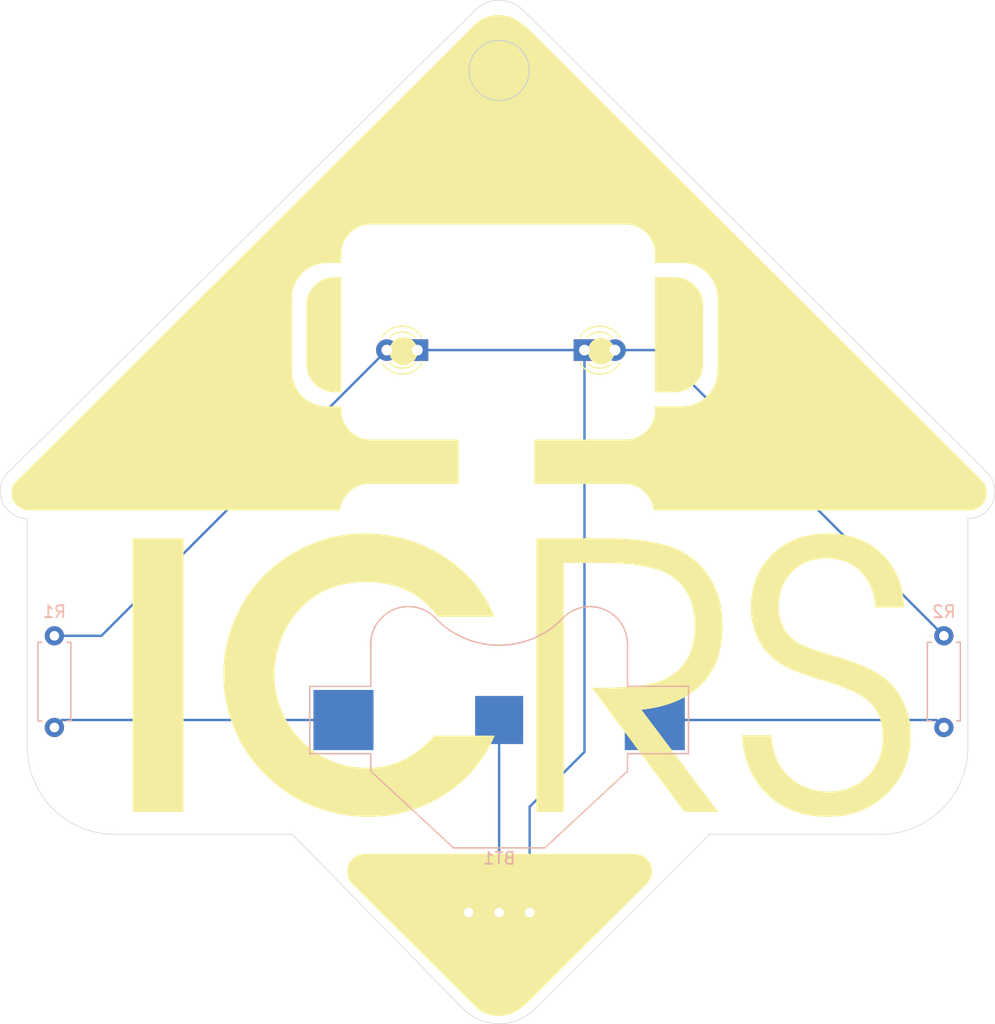
<source format=kicad_pcb>
(kicad_pcb (version 20241229) (generator "pcbnew") (generator_version "9.0")
  (layers (0 "F.Cu" signal) (2 "B.Cu" signal) (13 "F.Paste" user) (15 "B.Paste" user) (5 "F.SilkS" user "F.Silkscreen") (7 "B.SilkS" user "B.Silkscreen") (1 "F.Mask" user) (3 "B.Mask" user) (25 "Edge.Cuts" user))
  (net 0 "")
  (net 1 "/GND")
  (net 2 "/+3.3")
  (net 3 "Net-(D1-K)")
  (net 4 "Net-(D1-A)")
  (net 5 "Net-(D2-A)")
  (footprint "LED_THT:LED_D3.0mm" (layer "F.Cu") (at -6.8 -13.75 180)
    (property "Reference" "D1" (hide yes))
    (property "Value" "LED" (hide yes))
  )
  (footprint "Button_Switch_THT:SW_Slide-03_Wuerth-WS-SLTV_10x2.5x6.4_P2.54mm" (layer "F.Cu") (at 0 33 180)
    (property "Reference" "SW1")
    (property "Value" "SW_SPDT")
  )
  (footprint "LED_THT:LED_D3.0mm" (layer "F.Cu") (at 7.1 -13.75)
    (property "Reference" "D2" (hide yes))
    (property "Value" "LED" (hide yes))
  )
  (footprint "Battery:BatteryHolder_Multicomp_BC-2001_1x2032" (layer "B.Cu") (at 0 17 180)
    (property "Reference" "BT1")
    (property "Value" "Battery_Cell")
  )
  (footprint "Resistor_THT:R_Axial_DIN0207_L6.3mm_D2.5mm_P7.62mm_Horizontal" (layer "B.Cu") (at 37 10 -90)
    (property "Reference" "R2")
    (property "Value" "R")
  )
  (footprint "Resistor_THT:R_Axial_DIN0207_L6.3mm_D2.5mm_P7.62mm_Horizontal" (layer "B.Cu") (at -37 10 -90)
    (property "Reference" "R1")
    (property "Value" "R")
  )
  (gr_poly (pts (xy -13.123604 -10.2438) (xy -13.677245 -10.2438) (xy -13.799104 -10.246867) (xy -13.919362 -10.255969) (xy -14.037871 -10.270959) (xy -14.154482 -10.291687) (xy -14.269046 -10.318007) (xy -14.381415 -10.34977) (xy -14.491439 -10.386827) (xy -14.598971 -10.429031) (xy -14.703861 -10.476234) (xy -14.80596 -10.528288) (xy -14.90512 -10.585044) (xy -15.001192 -10.646355) (xy -15.094028 -10.712072) (xy -15.183478 -10.782048) (xy -15.269394 -10.856134) (xy -15.351627 -10.934182) (xy -15.430029 -11.016044) (xy -15.504451 -11.101572) (xy -15.574743 -11.190618) (xy -15.640758 -11.283034) (xy -15.702346 -11.378672) (xy -15.759359 -11.477383) (xy -15.811648 -11.57902) (xy -15.859065 -11.683435) (xy -15.90146 -11.790479) (xy -15.938685 -11.900005) (xy -15.970591 -12.011864) (xy -15.997029 -12.125908) (xy -16.017851 -12.241989) (xy -16.032909 -12.35996) (xy -16.042052 -12.479671) (xy -16.045133 -12.600975) (xy -16.045133 -17.462824) (xy -16.042052 -17.584104) (xy -16.03291 -17.703793) (xy -16.017855 -17.821742) (xy -15.997035 -17.937804) (xy -15.970599 -18.051829) (xy -15.938696 -18.163671) (xy -15.901475 -18.273181) (xy -15.859083 -18.38021) (xy -15.811671 -18.484612) (xy -15.759386 -18.586236) (xy -15.702377 -18.684937) (xy -15.640792 -18.780564) (xy -15.574782 -18.872971) (xy -15.504493 -18.962008) (xy -15.430075 -19.047529) (xy -15.351677 -19.129384) (xy -15.269446 -19.207426) (xy -15.183532 -19.281507) (xy -15.094084 -19.351478) (xy -15.00125 -19.417191) (xy -14.905178 -19.478499) (xy -14.806018 -19.535252) (xy -14.703918 -19.587304) (xy -14.599026 -19.634505) (xy -14.491492 -19.676708) (xy -14.381464 -19.713764) (xy -14.26909 -19.745526) (xy -14.15452 -19.771845) (xy -14.037902 -19.792573) (xy -13.919384 -19.807563) (xy -13.799116 -19.816665) (xy -13.677245 -19.819732) (xy -13.123604 -19.819732)) (fill yes) (layer "F.SilkS"))
  (gr_poly (pts (xy 27.63191 1.491418) (xy 27.970923 1.511334) (xy 28.301789 1.544525) (xy 28.624509 1.590994) (xy 28.939084 1.650739) (xy 29.245514 1.723761) (xy 29.5438 1.81006) (xy 29.833944 1.909635) (xy 30.115945 2.022487) (xy 30.389805 2.148616) (xy 30.655525 2.288021) (xy 30.913104 2.440703) (xy 31.162544 2.606662) (xy 31.403846 2.785898) (xy 31.637011 2.97841) (xy 31.862038 3.184199) (xy 32.076327 3.400794) (xy 32.277271 3.625723) (xy 32.464872 3.858988) (xy 32.639131 4.100589) (xy 32.800049 4.350527) (xy 32.947628 4.608802) (xy 33.081866 4.875415) (xy 33.202767 5.150367) (xy 33.310331 5.433657) (xy 33.404559 5.725288) (xy 33.485451 6.025258) (xy 33.553009 6.33357) (xy 33.607234 6.650223) (xy 33.648126 6.975218) (xy 33.675687 7.308556) (xy 33.689917 7.650237) (xy 31.303109 7.650237) (xy 31.28409 7.421912) (xy 31.257344 7.199347) (xy 31.222872 6.982541) (xy 31.180676 6.771493) (xy 31.130754 6.566202) (xy 31.073107 6.366667) (xy 31.007737 6.172888) (xy 30.934642 5.984862) (xy 30.853824 5.80259) (xy 30.765283 5.62607) (xy 30.669019 5.455301) (xy 30.565033 5.290283) (xy 30.453325 5.131013) (xy 30.333895 4.977492) (xy 30.206744 4.829718) (xy 30.071873 4.68769) (xy 29.930612 4.552978) (xy 29.784449 4.426952) (xy 29.633383 4.309611) (xy 29.477418 4.200958) (xy 29.316553 4.100993) (xy 29.150791 4.009716) (xy 28.980134 3.927129) (xy 28.804582 3.853231) (xy 28.624137 3.788025) (xy 28.438802 3.73151) (xy 28.248577 3.683688) (xy 28.053464 3.644559) (xy 27.853465 3.614124) (xy 27.64858 3.592384) (xy 27.438812 3.579339) (xy 27.224163 3.574991) (xy 27.01122 3.57937) (xy 26.803003 3.592508) (xy 26.59951 3.614402) (xy 26.400741 3.645052) (xy 26.206696 3.684457) (xy 26.017375 3.732614) (xy 25.832776 3.789524) (xy 25.6529 3.855185) (xy 25.477747 3.929596) (xy 25.307315 4.012755) (xy 25.141605 4.104662) (xy 24.980615 4.205315) (xy 24.824346 4.314714) (xy 24.672797 4.432856) (xy 24.525968 4.559741) (xy 24.383858 4.695368) (xy 24.248501 4.837793) (xy 24.121878 4.984974) (xy 24.003988 5.136911) (xy 23.894833 5.293602) (xy 23.79441 5.455049) (xy 23.702721 5.62125) (xy 23.619765 5.792205) (xy 23.545542 5.967913) (xy 23.480052 6.148375) (xy 23.423295 6.333589) (xy 23.375269 6.523556) (xy 23.335976 6.718274) (xy 23.305416 6.917744) (xy 23.283587 7.121966) (xy 23.270489 7.330938) (xy 23.266124 7.54466) (xy 23.26724 7.642166) (xy 23.270591 7.739071) (xy 23.276177 7.835378) (xy 23.284 7.931088) (xy 23.294062 8.026202) (xy 23.306364 8.120723) (xy 23.320908 8.214651) (xy 23.337695 8.307988) (xy 23.356727 8.400737) (xy 23.378005 8.492897) (xy 23.401532 8.584472) (xy 23.427308 8.675462) (xy 23.455334 8.765869) (xy 23.485614 8.855695) (xy 23.518147 8.944941) (xy 23.552936 9.033608) (xy 23.589608 9.120961) (xy 23.627938 9.206311) (xy 23.667926 9.28966) (xy 23.709572 9.371008) (xy 23.752876 9.450357) (xy 23.797836 9.527706) (xy 23.844452 9.603057) (xy 23.892725 9.676411) (xy 23.942654 9.747768) (xy 23.994238 9.817129) (xy 24.047477 9.884495) (xy 24.10237 9.949867) (xy 24.158918 10.013245) (xy 24.217119 10.07463) (xy 24.276975 10.134024) (xy 24.338483 10.191426) (xy 24.458749 10.287517) (xy 24.585391 10.380326) (xy 24.718411 10.469846) (xy 24.857811 10.556069) (xy 25.003591 10.638986) (xy 25.155754 10.718591) (xy 25.314302 10.794874) (xy 25.479235 10.867829) (xy 25.661264 10.942088) (xy 25.871398 11.021989) (xy 26.109634 11.107529) (xy 26.375975 11.198708) (xy 26.992967 11.397975) (xy 27.722372 11.619777) (xy 28.140027 11.745774) (xy 28.531968 11.867982) (xy 28.898194 11.986407) (xy 29.238699 12.101056) (xy 29.553482 12.211934) (xy 29.842539 12.319047) (xy 30.105868 12.422403) (xy 30.343465 12.522006) (xy 30.565586 12.621965) (xy 30.782782 12.726094) (xy 30.995055 12.83441) (xy 31.202403 12.946926) (xy 31.404828 13.06366) (xy 31.60233 13.184625) (xy 31.794908 13.309839) (xy 31.982564 13.439317) (xy 32.114729 13.54266) (xy 32.243186 13.649642) (xy 32.367936 13.760263) (xy 32.488979 13.874524) (xy 32.606315 13.992426) (xy 32.719944 14.11397) (xy 32.829868 14.239156) (xy 32.936086 14.367987) (xy 33.038599 14.500462) (xy 33.137407 14.636583) (xy 33.232511 14.77635) (xy 33.32391 14.919766) (xy 33.411606 15.06683) (xy 33.495599 15.217543) (xy 33.575889 15.371908) (xy 33.652476 15.529923) (xy 33.724756 15.690537) (xy 33.792369 15.852793) (xy 33.855317 16.016692) (xy 33.9136 16.182234) (xy 33.967217 16.349419) (xy 34.016171 16.518246) (xy 34.06046 16.688715) (xy 34.100085 16.860826) (xy 34.135047 17.034578) (xy 34.165346 17.209973) (xy 34.190983 17.387008) (xy 34.211957 17.565685) (xy 34.22827 17.746003) (xy 34.239922 17.927961) (xy 34.246912 18.11156) (xy 34.249243 18.296799) (xy 34.241567 18.655818) (xy 34.218543 19.007189) (xy 34.180169 19.350913) (xy 34.126449 19.686993) (xy 34.057384 20.015429) (xy 33.972974 20.336222) (xy 33.873221 20.649374) (xy 33.758127 20.954887) (xy 33.627693 21.252761) (xy 33.48192 21.542999) (xy 33.320809 21.825601) (xy 33.144362 22.100568) (xy 32.952581 22.367903) (xy 32.745466 22.627606) (xy 32.523019 22.879679) (xy 32.285241 23.124122) (xy 32.035797 23.35723) (xy 31.77845 23.575295) (xy 31.513198 23.778317) (xy 31.24004 23.966297) (xy 30.958977 24.139234) (xy 30.670008 24.297131) (xy 30.373132 24.439988) (xy 30.068348 24.567804) (xy 29.755656 24.680581) (xy 29.435056 24.778319) (xy 29.106546 24.861019) (xy 28.770126 24.928682) (xy 28.425796 24.981307) (xy 28.073555 25.018896) (xy 27.713402 25.041449) (xy 27.345337 25.048966) (xy 26.964567 25.041711) (xy 26.592641 25.019945) (xy 26.22956 24.983668) (xy 25.875325 24.932881) (xy 25.529936 24.867583) (xy 25.193395 24.787774) (xy 24.865702 24.693455) (xy 24.546859 24.584625) (xy 24.236867 24.461284) (xy 23.935726 24.323432) (xy 23.643437 24.171069) (xy 23.360002 24.004196) (xy 23.085421 23.822812) (xy 22.819696 23.626917) (xy 22.562826 23.416511) (xy 22.314814 23.191595) (xy 22.078195 22.954764) (xy 21.855501 22.708468) (xy 21.646732 22.452707) (xy 21.451887 22.187481) (xy 21.270967 21.912792) (xy 21.103971 21.62864) (xy 20.9509 21.335025) (xy 20.811754 21.031948) (xy 20.686532 20.719409) (xy 20.575235 20.39741) (xy 20.477863 20.06595) (xy 20.394415 19.725031) (xy 20.324892 19.374652) (xy 20.269293 19.014815) (xy 20.227619 18.645521) (xy 20.19987 18.266768) (xy 22.647265 18.266768) (xy 22.676112 18.531485) (xy 22.709958 18.784203) (xy 22.748793 19.024928) (xy 22.792606 19.253666) (xy 22.841387 19.470424) (xy 22.895123 19.675207) (xy 22.953804 19.868022) (xy 22.984996 19.959944) (xy 23.01742 20.048876) (xy 23.051389 20.135861) (xy 23.087316 20.222092) (xy 23.125202 20.307567) (xy 23.165043 20.392286) (xy 23.206839 20.476248) (xy 23.25059 20.559452) (xy 23.296293 20.641896) (xy 23.343947 20.72358) (xy 23.393552 20.804503) (xy 23.445106 20.884663) (xy 23.498607 20.964061) (xy 23.554056 21.042694) (xy 23.61145 21.120563) (xy 23.670788 21.197665) (xy 23.73207 21.274001) (xy 23.795294 21.349568) (xy 23.874038 21.442307) (xy 23.955439 21.532458) (xy 24.039498 21.620019) (xy 24.126214 21.70499) (xy 24.215587 21.787372) (xy 24.307617 21.867164) (xy 24.402304 21.944366) (xy 24.499648 22.018977) (xy 24.59965 22.090998) (xy 24.702308 22.160429) (xy 24.807624 22.227268) (xy 24.915597 22.291517) (xy 25.026226 22.353174) (xy 25.139513 22.41224) (xy 25.255457 22.468715) (xy 25.374058 22.522597) (xy 25.49436 22.573588) (xy 25.615552 22.621289) (xy 25.737634 22.6657) (xy 25.860607 22.706821) (xy 25.984472 22.744653) (xy 26.109229 22.779194) (xy 26.234878 22.810446) (xy 26.361419 22.838409) (xy 26.488853 22.863081) (xy 26.617181 22.884464) (xy 26.746403 22.902557) (xy 26.876518 22.917361) (xy 27.007528 22.928874) (xy 27.139433 22.937098) (xy 27.272233 22.942033) (xy 27.405928 22.943678) (xy 27.648689 22.938686) (xy 27.886085 22.923709) (xy 28.118117 22.898748) (xy 28.344783 22.863801) (xy 28.566084 22.818867) (xy 28.782019 22.763947) (xy 28.992587 22.69904) (xy 29.197789 22.624144) (xy 29.397623 22.53926) (xy 29.59209 22.444387) (xy 29.781189 22.339524) (xy 29.96492 22.224671) (xy 30.143282 22.099827) (xy 30.316275 21.964992) (xy 30.483898 21.820164) (xy 30.646151 21.665344) (xy 30.800689 21.5029) (xy 30.945264 21.335051) (xy 31.079874 21.161796) (xy 31.204519 20.983134) (xy 31.319198 20.799064) (xy 31.42391 20.609587) (xy 31.518654 20.4147) (xy 31.603429 20.214404) (xy 31.678234 20.008697) (xy 31.743068 19.797578) (xy 31.79793 19.581048) (xy 31.84282 19.359104) (xy 31.877735 19.131747) (xy 31.902676 18.898976) (xy 31.917642 18.660789) (xy 31.92263 18.417187) (xy 31.916612 18.15069) (xy 31.898557 17.892537) (xy 31.868465 17.642726) (xy 31.826337 17.401256) (xy 31.772171 17.168128) (xy 31.705967 16.943341) (xy 31.627726 16.726894) (xy 31.537447 16.518786) (xy 31.43513 16.319017) (xy 31.379457 16.222259) (xy 31.320775 16.127587) (xy 31.259082 16.034998) (xy 31.194381 15.944494) (xy 31.126669 15.856074) (xy 31.055948 15.769739) (xy 30.905476 15.603321) (xy 30.742966 15.445238) (xy 30.568416 15.295492) (xy 30.381826 15.15408) (xy 30.23863 15.060234) (xy 30.084817 14.966615) (xy 29.74534 14.780062) (xy 29.363393 14.59443) (xy 28.938975 14.409725) (xy 28.472086 14.225957) (xy 27.962722 14.043133) (xy 27.410883 13.861261) (xy 26.816567 13.680348) (xy 26.33684 13.529848) (xy 25.894614 13.386625) (xy 25.489895 13.250688) (xy 25.122691 13.122047) (xy 24.793011 13.000711) (xy 24.500862 12.886689) (xy 24.246251 12.779991) (xy 24.029187 12.680626) (xy 23.930509 12.631652) (xy 23.832714 12.580625) (xy 23.735803 12.527544) (xy 23.639775 12.472409) (xy 23.544629 12.415218) (xy 23.450367 12.355972) (xy 23.356987 12.29467) (xy 23.26449 12.231312) (xy 23.172875 12.165896) (xy 23.082141 12.098422) (xy 22.99229 12.028889) (xy 22.90332 11.957298) (xy 22.815231 11.883648) (xy 22.728024 11.807937) (xy 22.641697 11.730166) (xy 22.556251 11.650333) (xy 22.461316 11.560563) (xy 22.369094 11.467909) (xy 22.279585 11.372374) (xy 22.192791 11.273957) (xy 22.108712 11.17266) (xy 22.027347 11.068483) (xy 21.948698 10.961427) (xy 21.872764 10.851493) (xy 21.799547 10.738681) (xy 21.729046 10.622993) (xy 21.661262 10.504429) (xy 21.596196 10.382991) (xy 21.533847 10.258678) (xy 21.474216 10.131492) (xy 21.417303 10.001433) (xy 21.363109 9.868502) (xy 21.311859 9.733691) (xy 21.263922 9.597993) (xy 21.219298 9.461409) (xy 21.177985 9.323939) (xy 21.139982 9.185583) (xy 21.10529 9.046342) (xy 21.073906 8.906214) (xy 21.045829 8.765202) (xy 21.021059 8.623304) (xy 20.999595 8.480522) (xy 20.981436 8.336855) (xy 20.966581 8.192303) (xy 20.955029 8.046868) (xy 20.946778 7.900548) (xy 20.941828 7.753344) (xy 20.940179 7.605257) (xy 20.947172 7.274396) (xy 20.968151 6.950996) (xy 21.003116 6.635056) (xy 21.052066 6.326577) (xy 21.115 6.025558) (xy 21.191918 5.732) (xy 21.28282 5.445904) (xy 21.387703 5.167268) (xy 21.506569 4.896095) (xy 21.639417 4.632383) (xy 21.786245 4.376133) (xy 21.947053 4.127345) (xy 22.121841 3.88602) (xy 22.310608 3.652157) (xy 22.513354 3.425757) (xy 22.730078 3.20682) (xy 22.957648 2.998314) (xy 23.19283 2.803255) (xy 23.435624 2.621645) (xy 23.686031 2.453483) (xy 23.94405 2.298772) (xy 24.209682 2.15751) (xy 24.482927 2.029699) (xy 24.763785 1.91534) (xy 25.052257 1.814432) (xy 25.348342 1.726977) (xy 25.652041 1.652975) (xy 25.963354 1.592426) (xy 26.282281 1.545332) (xy 26.608823 1.511692) (xy 26.942979 1.491508) (xy 27.28475 1.48478)) (fill yes) (layer "F.SilkS"))
  (gr_circle (center -0.029691 -35.7) (end 3.2 -38) (stroke (width 0.1)) (fill no) (layer "F.SilkS"))
  (gr_poly (pts (xy 8.555679 -14.762501) (xy 8.612196 -14.758224) (xy 8.667892 -14.751181) (xy 8.722697 -14.741441) (xy 8.776541 -14.729074) (xy 8.829353 -14.714149) (xy 8.881065 -14.696736) (xy 8.931606 -14.676904) (xy 8.980905 -14.654723) (xy 9.028894 -14.630262) (xy 9.075501 -14.603591) (xy 9.120658 -14.574779) (xy 9.164294 -14.543896) (xy 9.206339 -14.511011) (xy 9.246724 -14.476193) (xy 9.285377 -14.439513) (xy 9.32223 -14.40104) (xy 9.357213 -14.360842) (xy 9.390255 -14.318991) (xy 9.421286 -14.275554) (xy 9.450237 -14.230602) (xy 9.477037 -14.184205) (xy 9.501617 -14.136431) (xy 9.523907 -14.08735) (xy 9.543836 -14.037032) (xy 9.561335 -13.985547) (xy 9.576334 -13.932962) (xy 9.588763 -13.879349) (xy 9.598552 -13.824777) (xy 9.60563 -13.769315) (xy 9.609928 -13.713032) (xy 9.611377 -13.655999) (xy 9.609928 -13.599001) (xy 9.60563 -13.542749) (xy 9.598552 -13.487313) (xy 9.588763 -13.432763) (xy 9.576334 -13.379168) (xy 9.561335 -13.326599) (xy 9.543836 -13.275125) (xy 9.523907 -13.224815) (xy 9.501617 -13.17574) (xy 9.477037 -13.127969) (xy 9.450237 -13.081572) (xy 9.421286 -13.036619) (xy 9.390255 -12.993178) (xy 9.357213 -12.951321) (xy 9.32223 -12.911116) (xy 9.285377 -12.872634) (xy 9.246724 -12.835944) (xy 9.206339 -12.801116) (xy 9.164294 -12.768219) (xy 9.120658 -12.737324) (xy 9.075501 -12.708499) (xy 9.028894 -12.681816) (xy 8.980905 -12.657343) (xy 8.931606 -12.635149) (xy 8.881065 -12.615306) (xy 8.829353 -12.597883) (xy 8.776541 -12.582948) (xy 8.722697 -12.570573) (xy 8.667892 -12.560826) (xy 8.612196 -12.553778) (xy 8.555679 -12.549498) (xy 8.49841 -12.548056) (xy 8.441117 -12.549498) (xy 8.384576 -12.553777) (xy 8.328858 -12.560823) (xy 8.274033 -12.570567) (xy 8.220171 -12.58294) (xy 8.167341 -12.597871) (xy 8.115613 -12.615291) (xy 8.065058 -12.635131) (xy 8.015745 -12.65732) (xy 7.967744 -12.681789) (xy 7.921125 -12.708468) (xy 7.875958 -12.737289) (xy 7.832313 -12.76818) (xy 7.790259 -12.801073) (xy 7.749868 -12.835897) (xy 7.711207 -12.872584) (xy 7.674349 -12.911063) (xy 7.639361 -12.951266) (xy 7.606315 -12.993121) (xy 7.57528 -13.03656) (xy 7.546326 -13.081513) (xy 7.519523 -13.12791) (xy 7.494941 -13.175682) (xy 7.47265 -13.224759) (xy 7.452719 -13.275071) (xy 7.435219 -13.32655) (xy 7.420219 -13.379124) (xy 7.40779 -13.432724) (xy 7.398002 -13.487282) (xy 7.390923 -13.542727) (xy 7.386625 -13.598989) (xy 7.385176 -13.655999) (xy 7.386625 -13.713032) (xy 7.390923 -13.769315) (xy 7.398002 -13.824777) (xy 7.40779 -13.879349) (xy 7.420219 -13.932962) (xy 7.435219 -13.985547) (xy 7.452719 -14.037032) (xy 7.47265 -14.08735) (xy 7.494941 -14.136431) (xy 7.519523 -14.184205) (xy 7.546326 -14.230602) (xy 7.57528 -14.275554) (xy 7.606315 -14.318991) (xy 7.639361 -14.360842) (xy 7.674349 -14.40104) (xy 7.711207 -14.439513) (xy 7.749868 -14.476193) (xy 7.790259 -14.511011) (xy 7.832313 -14.543896) (xy 7.875958 -14.574779) (xy 7.921125 -14.603591) (xy 7.967744 -14.630262) (xy 8.015745 -14.654723) (xy 8.065058 -14.676904) (xy 8.115613 -14.696736) (xy 8.167341 -14.714149) (xy 8.220171 -14.729074) (xy 8.274033 -14.741441) (xy 8.328858 -14.751181) (xy 8.384576 -14.758224) (xy 8.441117 -14.762501) (xy 8.49841 -14.763942)) (fill yes) (layer "F.SilkS"))
  (gr_poly (pts (xy 14.731882 -19.816932) (xy 14.852142 -19.80783) (xy 14.970654 -19.79284) (xy 15.087269 -19.772112) (xy 15.201839 -19.745792) (xy 15.314215 -19.714029) (xy 15.424247 -19.676972) (xy 15.531787 -19.634767) (xy 15.636686 -19.587564) (xy 15.738796 -19.535511) (xy 15.837967 -19.478754) (xy 15.93405 -19.417444) (xy 16.026897 -19.351727) (xy 16.11636 -19.281751) (xy 16.202288 -19.207665) (xy 16.284534 -19.129617) (xy 16.362948 -19.047755) (xy 16.437382 -18.962227) (xy 16.507686 -18.873181) (xy 16.573713 -18.780765) (xy 16.635313 -18.685127) (xy 16.692337 -18.586416) (xy 16.744636 -18.484779) (xy 16.792062 -18.380364) (xy 16.834466 -18.27332) (xy 16.871699 -18.163794) (xy 16.903613 -18.051935) (xy 16.930057 -17.937891) (xy 16.950884 -17.82181) (xy 16.965945 -17.703839) (xy 16.975091 -17.584128) (xy 16.978172 -17.462824) (xy 16.978172 -12.600975) (xy 16.975091 -12.479671) (xy 16.965945 -12.35996) (xy 16.950884 -12.241989) (xy 16.930057 -12.125908) (xy 16.903613 -12.011865) (xy 16.871699 -11.900007) (xy 16.834466 -11.790482) (xy 16.792062 -11.683439) (xy 16.744636 -11.579026) (xy 16.692337 -11.477391) (xy 16.635313 -11.378683) (xy 16.573713 -11.283048) (xy 16.507686 -11.190636) (xy 16.437382 -11.101594) (xy 16.362948 -11.016071) (xy 16.284534 -10.934215) (xy 16.202288 -10.856173) (xy 16.11636 -10.782095) (xy 16.026897 -10.712128) (xy 15.93405 -10.64642) (xy 15.837967 -10.585119) (xy 15.738796 -10.528374) (xy 15.636686 -10.476333) (xy 15.531787 -10.429143) (xy 15.424247 -10.386953) (xy 15.314215 -10.349911) (xy 15.201839 -10.318166) (xy 15.087269 -10.291865) (xy 14.970654 -10.271156) (xy 14.852142 -10.256187) (xy 14.731882 -10.247108) (xy 14.610022 -10.244065) (xy 12.970003 -10.244065) (xy 12.970003 -19.819999) (xy 14.610022 -19.819999)) (fill yes) (layer "F.SilkS"))
  (gr_poly (pts (xy -0.029691 -41.602079) (xy 0.008402 -41.601508) (xy 0.046557 -41.600577) (xy 0.077137 -41.599574) (xy 0.107743 -41.598324) (xy 0.138348 -41.596758) (xy 0.168928 -41.594809) (xy 0.205296 -41.591884) (xy 0.241591 -41.58853) (xy 0.277835 -41.584772) (xy 0.314053 -41.58063) (xy 0.34637 -41.576488) (xy 0.378513 -41.572007) (xy 0.410607 -41.567212) (xy 0.442776 -41.562123) (xy 0.477218 -41.556348) (xy 0.511663 -41.550167) (xy 0.546059 -41.543535) (xy 0.580357 -41.536408) (xy 0.613804 -41.528905) (xy 0.647115 -41.520907) (xy 0.68035 -41.512548) (xy 0.713571 -41.503964) (xy 0.746168 -41.495282) (xy 0.778676 -41.48642) (xy 0.81111 -41.477198) (xy 0.843481 -41.467435) (xy 0.877667 -41.456248) (xy 0.911779 -41.444452) (xy 0.945841 -41.432251) (xy 0.97988 -41.419848) (xy 1.040731 -41.397376) (xy 1.071034 -41.385713) (xy 1.086132 -41.379676) (xy 1.101188 -41.373464) (xy 1.118763 -41.366024) (xy 1.13627 -41.358334) (xy 1.171104 -41.342371) (xy 1.205739 -41.325912) (xy 1.240224 -41.309296) (xy 1.296186 -41.282529) (xy 1.324092 -41.268842) (xy 1.337961 -41.261775) (xy 1.351751 -41.254502) (xy 1.369805 -41.244629) (xy 1.38776 -41.234502) (xy 1.423435 -41.213646) (xy 1.458887 -41.192249) (xy 1.494225 -41.170626) (xy 1.518907 -41.155692) (xy 1.543638 -41.140915) (xy 1.56827 -41.125913) (xy 1.580502 -41.118208) (xy 1.592654 -41.110303) (xy 1.612055 -41.097163) (xy 1.631284 -41.083728) (xy 1.650368 -41.070039) (xy 1.669332 -41.056139) (xy 1.707007 -41.027874) (xy 1.744522 -40.999272) (xy 1.754278 -40.991953) (xy 1.764081 -40.984743) (xy 1.783714 -40.970462) (xy 1.793488 -40.963295) (xy 1.803197 -40.956046) (xy 1.812813 -40.948667) (xy 1.822308 -40.941111) (xy 1.850095 -40.918138) (xy 1.877683 -40.894813) (xy 1.90506 -40.871122) (xy 1.932212 -40.847051) (xy 1.959129 -40.822586) (xy 1.985797 -40.797712) (xy 2.012205 -40.772416) (xy 2.038339 -40.746683) (xy 2.053659 -40.73198) (xy 2.06881 -40.718498) (xy 2.083796 -40.706212) (xy 2.09862 -40.695099) (xy 2.113285 -40.685133) (xy 2.127792 -40.67629) (xy 2.142145 -40.668546) (xy 2.156347 -40.661877) (xy 2.170399 -40.656259) (xy 2.184305 -40.651667) (xy 2.198068 -40.648077) (xy 2.21169 -40.645464) (xy 2.225174 -40.643805) (xy 2.238522 -40.643075) (xy 2.251737 -40.643249) (xy 2.264823 -40.644304) (xy 40.110554 -2.971597) (xy 40.112671 -2.968871) (xy 40.114674 -2.966195) (xy 40.118431 -2.96095) (xy 40.125639 -2.950612) (xy 40.129481 -2.945362) (xy 40.131546 -2.942682) (xy 40.13374 -2.939952) (xy 40.136087 -2.937162) (xy 40.138613 -2.934303) (xy 40.14134 -2.931364) (xy 40.144295 -2.928336) (xy 40.196511 -2.873677) (xy 40.245358 -2.817066) (xy 40.290836 -2.758633) (xy 40.332945 -2.698508) (xy 40.371685 -2.636823) (xy 40.407055 -2.573706) (xy 40.439055 -2.509288) (xy 40.467685 -2.443699) (xy 40.492945 -2.37707) (xy 40.514834 -2.30953) (xy 40.533353 -2.24121) (xy 40.548502 -2.17224) (xy 40.560279 -2.10275) (xy 40.568686 -2.03287) (xy 40.573721 -1.96273) (xy 40.575385 -1.892461) (xy 40.573678 -1.822193) (xy 40.568599 -1.752056) (xy 40.560148 -1.68218) (xy 40.548325 -1.612695) (xy 40.533129 -1.543731) (xy 40.514562 -1.47542) (xy 40.492622 -1.40789) (xy 40.467309 -1.341272) (xy 40.438623 -1.275696) (xy 40.406565 -1.211293) (xy 40.371133 -1.148192) (xy 40.332328 -1.086524) (xy 40.290149 -1.026418) (xy 40.244596 -0.968006) (xy 40.19567 -0.911417) (xy 40.14337 -0.856781) (xy 40.092757 -0.808676) (xy 40.040456 -0.763429) (xy 39.986571 -0.721041) (xy 39.931204 -0.681511) (xy 39.87446 -0.644841) (xy 39.816442 -0.611029) (xy 39.757254 -0.580076) (xy 39.697 -0.551982) (xy 39.635783 -0.526746) (xy 39.573707 -0.504369) (xy 39.510876 -0.484851) (xy 39.447393 -0.468192) (xy 39.383362 -0.454391) (xy 39.318886 -0.443449) (xy 39.254071 -0.435365) (xy 39.189018 -0.430141) (xy 39.185839 -0.42992) (xy 39.182892 -0.42961) (xy 39.180159 -0.429216) (xy 39.177624 -0.428744) (xy 39.175269 -0.428201) (xy 39.173078 -0.427593) (xy 39.171035 -0.426926) (xy 39.169121 -0.426206) (xy 39.16732 -0.42544) (xy 39.165616 -0.424633) (xy 39.163991 -0.423792) (xy 39.162429 -0.422924) (xy 39.159425 -0.421127) (xy 39.156469 -0.419293) (xy 12.837175 -0.419293) (xy 12.82306 -0.534357) (xy 12.803668 -0.647716) (xy 12.779126 -0.759241) (xy 12.749561 -0.868805) (xy 12.7151 -0.97628) (xy 12.67587 -1.081539) (xy 12.631997 -1.184453) (xy 12.583609 -1.284895) (xy 12.530832 -1.382738) (xy 12.473793 -1.477853) (xy 12.412619 -1.570113) (xy 12.347437 -1.659391) (xy 12.278374 -1.745558) (xy 12.205556 -1.828487) (xy 12.129111 -1.908051) (xy 12.049165 -1.984121) (xy 11.965846 -2.05657) (xy 11.879279 -2.12527) (xy 11.789592 -2.190094) (xy 11.696912 -2.250913) (xy 11.601366 -2.307601) (xy 11.50308 -2.360029) (xy 11.402181 -2.40807) (xy 11.298796 -2.451596) (xy 11.193053 -2.49048) (xy 11.085077 -2.524593) (xy 10.974996 -2.553809) (xy 10.862937 -2.577999) (xy 10.749026 -2.597036) (xy 10.63339 -2.610791) (xy 10.516157 -2.619138) (xy 10.397452 -2.621949) (xy 2.914246 -2.621949) (xy 2.914246 -6.319635) (xy 10.514139 -6.319635) (xy 10.640473 -6.322816) (xy 10.765148 -6.332254) (xy 10.888011 -6.347798) (xy 11.008908 -6.369292) (xy 11.127684 -6.396584) (xy 11.244184 -6.429519) (xy 11.358256 -6.467944) (xy 11.469743 -6.511706) (xy 11.578493 -6.56065) (xy 11.68435 -6.614623) (xy 11.78716 -6.673472) (xy 11.88677 -6.737042) (xy 11.983025 -6.80518) (xy 12.07577 -6.877732) (xy 12.164852 -6.954545) (xy 12.250115 -7.035465) (xy 12.331407 -7.120338) (xy 12.408572 -7.20901) (xy 12.481456 -7.301329) (xy 12.549905 -7.397139) (xy 12.613765 -7.496289) (xy 12.672881 -7.598623) (xy 12.727099 -7.703988) (xy 12.776265 -7.812231) (xy 12.820225 -7.923198) (xy 12.858824 -8.036735) (xy 12.891907 -8.152688) (xy 12.919322 -8.270905) (xy 12.940913 -8.39123) (xy 12.956526 -8.513511) (xy 12.966007 -8.637594) (xy 12.969202 -8.763325) (xy 12.969202 -9.075005) (xy 15.221337 -9.075005) (xy 15.372928 -9.078821) (xy 15.52253 -9.090146) (xy 15.669956 -9.108796) (xy 15.815023 -9.134586) (xy 15.957545 -9.167332) (xy 16.097337 -9.206851) (xy 16.234213 -9.252957) (xy 16.367989 -9.305466) (xy 16.49848 -9.364194) (xy 16.6255 -9.428957) (xy 16.748865 -9.49957) (xy 16.868388 -9.575849) (xy 16.983886 -9.65761) (xy 17.095173 -9.744669) (xy 17.202063 -9.836841) (xy 17.304372 -9.933942) (xy 17.401915 -10.035787) (xy 17.494506 -10.142193) (xy 17.581961 -10.252976) (xy 17.664094 -10.367949) (xy 17.74072 -10.486931) (xy 17.811654 -10.609735) (xy 17.876712 -10.736179) (xy 17.935707 -10.866077) (xy 17.988454 -10.999245) (xy 18.034769 -11.1355) (xy 18.074467 -11.274656) (xy 18.107362 -11.41653) (xy 18.133269 -11.560937) (xy 18.152004 -11.707692) (xy 18.16338 -11.856613) (xy 18.167213 -12.007513) (xy 18.167213 -18.056154) (xy 18.16338 -18.207067) (xy 18.152004 -18.355997) (xy 18.133269 -18.502761) (xy 18.107362 -18.647176) (xy 18.074467 -18.789056) (xy 18.034769 -18.928217) (xy 17.988454 -19.064475) (xy 17.935707 -19.197646) (xy 17.876712 -19.327546) (xy 17.811654 -19.453991) (xy 17.74072 -19.576795) (xy 17.664094 -19.695776) (xy 17.581961 -19.810749) (xy 17.494506 -19.921529) (xy 17.401915 -20.027932) (xy 17.304372 -20.129775) (xy 17.202063 -20.226873) (xy 17.095173 -20.319041) (xy 16.983886 -20.406096) (xy 16.868388 -20.487853) (xy 16.748865 -20.564129) (xy 16.6255 -20.634738) (xy 16.49848 -20.699496) (xy 16.367989 -20.758221) (xy 16.234213 -20.810726) (xy 16.097337 -20.856828) (xy 15.957545 -20.896343) (xy 15.815023 -20.929087) (xy 15.669956 -20.954875) (xy 15.52253 -20.973523) (xy 15.372928 -20.984847) (xy 15.221337 -20.988662) (xy 12.969202 -20.988662) (xy 12.969202 -21.746164) (xy 12.966007 -21.87193) (xy 12.956526 -21.996043) (xy 12.940913 -22.11835) (xy 12.919322 -22.238698) (xy 12.891907 -22.356933) (xy 12.858824 -22.472902) (xy 12.820225 -22.58645) (xy 12.776265 -22.697426) (xy 12.727099 -22.805674) (xy 12.672881 -22.911042) (xy 12.613765 -23.013377) (xy 12.549905 -23.112524) (xy 12.481456 -23.208331) (xy 12.408572 -23.300644) (xy 12.331407 -23.38931) (xy 12.250115 -23.474174) (xy 12.164852 -23.555084) (xy 12.07577 -23.631886) (xy 11.983025 -23.704427) (xy 11.88677 -23.772553) (xy 11.78716 -23.836111) (xy 11.68435 -23.894947) (xy 11.578493 -23.948908) (xy 11.469743 -23.99784) (xy 11.358256 -24.04159) (xy 11.244184 -24.080005) (xy 11.127684 -24.112931) (xy 11.008908 -24.140214) (xy 10.888011 -24.161702) (xy 10.765148 -24.17724) (xy 10.640473 -24.186676) (xy 10.514139 -24.189855) (xy -10.669595 -24.189855) (xy -10.795917 -24.186676) (xy -10.920582 -24.17724) (xy -11.043435 -24.161702) (xy -11.164322 -24.140214) (xy -11.283089 -24.112931) (xy -11.399582 -24.080005) (xy -11.513645 -24.04159) (xy -11.625126 -23.99784) (xy -11.733869 -23.948908) (xy -11.83972 -23.894947) (xy -11.942525 -23.836111) (xy -12.04213 -23.772553) (xy -12.13838 -23.704427) (xy -12.231121 -23.631886) (xy -12.320199 -23.555084) (xy -12.40546 -23.474174) (xy -12.486748 -23.38931) (xy -12.56391 -23.300644) (xy -12.636792 -23.208331) (xy -12.70524 -23.112524) (xy -12.769098 -23.013377) (xy -12.828212 -22.911042) (xy -12.88243 -22.805674) (xy -12.931595 -22.697426) (xy -12.975554 -22.58645) (xy -13.014152 -22.472902) (xy -13.047235 -22.356933) (xy -13.07465 -22.238698) (xy -13.09624 -22.11835) (xy -13.111853 -21.996043) (xy -13.121334 -21.87193) (xy -13.124529 -21.746164) (xy -13.124529 -20.988662) (xy -14.290153 -20.988662) (xy -14.441732 -20.984847) (xy -14.591322 -20.973523) (xy -14.738738 -20.954875) (xy -14.883795 -20.929087) (xy -15.026307 -20.896343) (xy -15.16609 -20.856828) (xy -15.302959 -20.810726) (xy -15.436728 -20.758221) (xy -15.567211 -20.699496) (xy -15.694225 -20.634738) (xy -15.817584 -20.564129) (xy -15.937102 -20.487853) (xy -16.052595 -20.406096) (xy -16.163877 -20.319041) (xy -16.270764 -20.226873) (xy -16.37307 -20.129775) (xy -16.47061 -20.027932) (xy -16.563198 -19.921529) (xy -16.650651 -19.810749) (xy -16.732782 -19.695776) (xy -16.809406 -19.576795) (xy -16.880339 -19.453991) (xy -16.945395 -19.327546) (xy -17.004389 -19.197646) (xy -17.057136 -19.064475) (xy -17.10345 -18.928217) (xy -17.143147 -18.789056) (xy -17.176042 -18.647176) (xy -17.201949 -18.502761) (xy -17.220683 -18.355997) (xy -17.23206 -18.207067) (xy -17.235893 -18.056154) (xy -17.235893 -12.007513) (xy -17.23206 -11.856613) (xy -17.220683 -11.707692) (xy -17.201949 -11.560937) (xy -17.176042 -11.41653) (xy -17.143147 -11.274656) (xy -17.10345 -11.1355) (xy -17.057136 -10.999245) (xy -17.004389 -10.866077) (xy -16.945395 -10.736179) (xy -16.880339 -10.609735) (xy -16.809406 -10.486931) (xy -16.732782 -10.367949) (xy -16.650651 -10.252976) (xy -16.563198 -10.142193) (xy -16.47061 -10.035787) (xy -16.37307 -9.933942) (xy -16.270764 -9.836841) (xy -16.163877 -9.744669) (xy -16.052595 -9.65761) (xy -15.937102 -9.575849) (xy -15.817584 -9.49957) (xy -15.694225 -9.428957) (xy -15.567211 -9.364194) (xy -15.436728 -9.305466) (xy -15.302959 -9.252957) (xy -15.16609 -9.206851) (xy -15.026307 -9.167332) (xy -14.883795 -9.134586) (xy -14.738738 -9.108796) (xy -14.591322 -9.090146) (xy -14.441732 -9.078821) (xy -14.290153 -9.075005) (xy -13.124529 -9.075005) (xy -13.124529 -8.763325) (xy -13.121334 -8.637594) (xy -13.111853 -8.513511) (xy -13.09624 -8.39123) (xy -13.07465 -8.270905) (xy -13.047235 -8.152688) (xy -13.014152 -8.036735) (xy -12.975554 -7.923198) (xy -12.931595 -7.812231) (xy -12.88243 -7.703988) (xy -12.828212 -7.598623) (xy -12.769098 -7.496289) (xy -12.70524 -7.397139) (xy -12.636792 -7.301329) (xy -12.56391 -7.20901) (xy -12.486748 -7.120338) (xy -12.40546 -7.035465) (xy -12.320199 -6.954545) (xy -12.231121 -6.877732) (xy -12.13838 -6.80518) (xy -12.04213 -6.737042) (xy -11.942525 -6.673472) (xy -11.83972 -6.614623) (xy -11.733869 -6.56065) (xy -11.625126 -6.511706) (xy -11.513645 -6.467944) (xy -11.399582 -6.429519) (xy -11.283089 -6.396584) (xy -11.164322 -6.369292) (xy -11.043435 -6.347798) (xy -10.920582 -6.332254) (xy -10.795917 -6.322816) (xy -10.669595 -6.319635) (xy -3.354529 -6.319635) (xy -3.354529 -2.621687) (xy -10.788656 -2.621687) (xy -10.90736 -2.618876) (xy -11.024591 -2.61053) (xy -11.140223 -2.596776) (xy -11.254129 -2.577742) (xy -11.366183 -2.553555) (xy -11.476257 -2.524342) (xy -11.584226 -2.490232) (xy -11.689962 -2.451353) (xy -11.793338 -2.40783) (xy -11.894229 -2.359793) (xy -11.992507 -2.307369) (xy -12.088045 -2.250686) (xy -12.180717 -2.18987) (xy -12.270396 -2.12505) (xy -12.356956 -2.056353) (xy -12.440269 -1.983908) (xy -12.520209 -1.907841) (xy -12.596649 -1.82828) (xy -12.669463 -1.745352) (xy -12.738524 -1.659186) (xy -12.803704 -1.569909) (xy -12.864878 -1.477649) (xy -12.921919 -1.382533) (xy -12.9747 -1.284688) (xy -13.023094 -1.184243) (xy -13.066975 -1.081325) (xy -13.106215 -0.976062) (xy -13.140689 -0.868581) (xy -13.170268 -0.759009) (xy -13.194828 -0.647475) (xy -13.214241 -0.534107) (xy -13.228379 -0.41903) (xy -39.067891 -0.41903) (xy -39.069099 -0.420658) (xy -39.069736 -0.421455) (xy -39.070406 -0.422231) (xy -39.071113 -0.422981) (xy -39.071866 -0.423696) (xy -39.07267 -0.424371) (xy -39.073533 -0.424999) (xy -39.074461 -0.425572) (xy -39.075461 -0.426084) (xy -39.076539 -0.426528) (xy -39.07711 -0.426723) (xy -39.077702 -0.426898) (xy -39.078318 -0.427053) (xy -39.078958 -0.427186) (xy -39.079622 -0.427298) (xy -39.080312 -0.427386) (xy -39.081028 -0.427451) (xy -39.081771 -0.427491) (xy -39.082542 -0.427506) (xy -39.083343 -0.427494) (xy -39.155407 -0.428124) (xy -39.227372 -0.432245) (xy -39.2991 -0.439857) (xy -39.370451 -0.450961) (xy -39.441287 -0.465556) (xy -39.51147 -0.483642) (xy -39.58086 -0.505219) (xy -39.64932 -0.530287) (xy -39.71671 -0.558847) (xy -39.782892 -0.590898) (xy -39.847728 -0.62644) (xy -39.911078 -0.665473) (xy -39.972804 -0.707998) (xy -40.032767 -0.754014) (xy -40.090829 -0.803521) (xy -40.146851 -0.856519) (xy -40.191779 -0.903204) (xy -40.234216 -0.951329) (xy -40.274162 -1.000812) (xy -40.311619 -1.051572) (xy -40.346589 -1.103527) (xy -40.379073 -1.156598) (xy -40.409071 -1.210701) (xy -40.436585 -1.265756) (xy -40.484167 -1.378398) (xy -40.521828 -1.493872) (xy -40.549578 -1.611529) (xy -40.567426 -1.730718) (xy -40.575384 -1.850789) (xy -40.57346 -1.971092) (xy -40.561665 -2.090976) (xy -40.540009 -2.209793) (xy -40.508501 -2.326891) (xy -40.467151 -2.44162) (xy -40.415969 -2.55333) (xy -40.354966 -2.661371) (xy -2.094978 -40.746445) (xy -2.123421 -40.746445) (xy -2.06011 -40.807596) (xy -1.995426 -40.866413) (xy -1.929422 -40.922908) (xy -1.862153 -40.97709) (xy -1.793671 -41.02897) (xy -1.724031 -41.078558) (xy -1.653285 -41.125863) (xy -1.581487 -41.170897) (xy -1.508691 -41.21367) (xy -1.43495 -41.254191) (xy -1.360318 -41.292471) (xy -1.284848 -41.32852) (xy -1.208593 -41.362348) (xy -1.131608 -41.393966) (xy -1.053945 -41.423383) (xy -0.975658 -41.450611) (xy -0.96824 -41.453106) (xy -0.960857 -41.455699) (xy -0.946141 -41.461035) (xy -0.9314 -41.466326) (xy -0.923985 -41.468863) (xy -0.916523 -41.471279) (xy -0.894218 -41.477967) (xy -0.871855 -41.484358) (xy -0.826963 -41.496423) (xy -0.781872 -41.507813) (xy -0.736607 -41.518864) (xy -0.693646 -41.529679) (xy -0.672128 -41.534951) (xy -0.661327 -41.537435) (xy -0.650486 -41.539772) (xy -0.629533 -41.544048) (xy -0.608547 -41.548064) (xy -0.566497 -41.555454) (xy -0.524374 -41.562214) (xy -0.482212 -41.568612) (xy -0.430981 -41.576513) (xy -0.405342 -41.580204) (xy -0.379554 -41.583512) (xy -0.359654 -41.585736) (xy -0.339739 -41.587737) (xy -0.299849 -41.591173) (xy -0.25986 -41.594023) (xy -0.219747 -41.59649) (xy -0.162792 -41.599675) (xy -0.134353 -41.600952) (xy -0.10584 -41.601778) (xy -0.06776 -41.602199)) (fill yes) (layer "F.SilkS"))
  (gr_poly (pts (xy 9.298123 1.894781) (xy 9.829278 1.908347) (xy 10.341904 1.930958) (xy 10.836002 1.962613) (xy 11.311572 2.003313) (xy 11.768613 2.053056) (xy 12.207127 2.111845) (xy 12.627113 2.179677) (xy 13.028571 2.256554) (xy 13.411503 2.342476) (xy 13.775907 2.437442) (xy 14.121784 2.541452) (xy 14.449135 2.654507) (xy 14.757959 2.776606) (xy 15.048256 2.90775) (xy 15.320028 3.047938) (xy 15.517156 3.167009) (xy 15.708337 3.291006) (xy 15.893571 3.419931) (xy 16.072855 3.553783) (xy 16.246188 3.692563) (xy 16.413567 3.836271) (xy 16.57499 3.984906) (xy 16.730456 4.138469) (xy 16.879963 4.296961) (xy 17.023509 4.460382) (xy 17.161091 4.628731) (xy 17.292708 4.802009) (xy 17.418359 4.980216) (xy 17.53804 5.163353) (xy 17.651751 5.351419) (xy 17.759489 5.544414) (xy 17.861057 5.741944) (xy 17.956066 5.943461) (xy 18.044516 6.148965) (xy 18.126408 6.358458) (xy 18.201744 6.571938) (xy 18.270523 6.789407) (xy 18.332748 7.010865) (xy 18.388419 7.236311) (xy 18.437536 7.465745) (xy 18.480102 7.699169) (xy 18.516116 7.936582) (xy 18.545581 8.177985) (xy 18.568496 8.423377) (xy 18.584862 8.672759) (xy 18.594682 8.92613) (xy 18.597955 9.183492) (xy 18.591201 9.560117) (xy 18.57094 9.9268) (xy 18.537171 10.283544) (xy 18.489892 10.630352) (xy 18.429102 10.967225) (xy 18.354801 11.294166) (xy 18.266986 11.611177) (xy 18.165656 11.918261) (xy 18.050812 12.21542) (xy 17.92245 12.502656) (xy 17.780572 12.779971) (xy 17.625174 13.047369) (xy 17.456256 13.304851) (xy 17.273817 13.552419) (xy 17.077856 13.790076) (xy 16.868371 14.017825) (xy 16.646018 14.234985) (xy 16.411455 14.44092) (xy 16.164682 14.635632) (xy 15.905698 14.81912) (xy 15.634503 14.991385) (xy 15.351097 15.152426) (xy 15.05548 15.302245) (xy 14.747652 15.44084) (xy 14.427612 15.568214) (xy 14.09536 15.684364) (xy 13.750896 15.789293) (xy 13.394219 15.883) (xy 13.025331 15.965484) (xy 12.644229 16.036748) (xy 12.250915 16.09679) (xy 11.845387 16.145611) (xy 18.250555 24.642043) (xy 15.410384 24.642043) (xy 7.705978 14.326067) (xy 8.594342 14.319263) (xy 9.416637 14.298848) (xy 10.172864 14.264816) (xy 10.863023 14.217159) (xy 11.487114 14.155872) (xy 12.045138 14.080948) (xy 12.299375 14.038371) (xy 12.537094 13.992382) (xy 12.758298 13.94298) (xy 12.962984 13.890166) (xy 13.363627 13.757137) (xy 13.738417 13.602375) (xy 14.087356 13.425879) (xy 14.410444 13.227647) (xy 14.562294 13.120381) (xy 14.707682 13.00768) (xy 14.846607 12.889546) (xy 14.97907 12.765977) (xy 15.10507 12.636973) (xy 15.224608 12.502535) (xy 15.337684 12.362662) (xy 15.444298 12.217355) (xy 15.54445 12.066612) (xy 15.63814 11.910434) (xy 15.725369 11.748822) (xy 15.806135 11.581773) (xy 15.948283 11.231371) (xy 16.064584 10.859226) (xy 16.155039 10.465337) (xy 16.21965 10.049703) (xy 16.258416 9.612324) (xy 16.271337 9.153199) (xy 16.268884 8.959441) (xy 16.261523 8.769087) (xy 16.249258 8.582139) (xy 16.23209 8.398596) (xy 16.210021 8.218459) (xy 16.183052 8.041728) (xy 16.151186 7.868405) (xy 16.114423 7.698488) (xy 16.072767 7.531979) (xy 16.026217 7.368878) (xy 15.974777 7.209185) (xy 15.918448 7.052901) (xy 15.857232 6.900025) (xy 15.79113 6.75056) (xy 15.720145 6.604504) (xy 15.644277 6.461859) (xy 15.563823 6.323078) (xy 15.479177 6.188765) (xy 15.39034 6.05892) (xy 15.297313 5.933542) (xy 15.200096 5.812631) (xy 15.098691 5.696187) (xy 14.993097 5.58421) (xy 14.883316 5.476699) (xy 14.769347 5.373655) (xy 14.651191 5.275077) (xy 14.528849 5.180965) (xy 14.402322 5.091319) (xy 14.27161 5.006138) (xy 14.136713 4.925423) (xy 13.997633 4.849173) (xy 13.854369 4.777388) (xy 13.628452 4.677233) (xy 13.388851 4.58354) (xy 13.135565 4.496308) (xy 12.868594 4.415538) (xy 12.587936 4.341229) (xy 12.293591 4.273382) (xy 11.985556 4.211997) (xy 11.663833 4.157073) (xy 11.328418 4.10861) (xy 10.979313 4.06661) (xy 10.240023 4.001993) (xy 9.445955 3.963223) (xy 8.597101 3.9503) (xy 5.379499 3.9503) (xy 5.379499 24.642305) (xy 3.098525 24.642305) (xy 3.098525 1.890259) (xy 8.74844 1.890259)) (fill yes) (layer "F.SilkS"))
  (gr_poly (pts (xy -10.922851 1.486782) (xy -10.654667 1.495161) (xy -10.387726 1.509125) (xy -10.122026 1.528672) (xy -9.857569 1.5538) (xy -9.594353 1.584509) (xy -9.332378 1.620798) (xy -9.071644 1.662664) (xy -8.812149 1.710106) (xy -8.553895 1.763124) (xy -8.29688 1.821715) (xy -8.041104 1.885879) (xy -7.786567 1.955614) (xy -7.533268 2.030919) (xy -7.281207 2.111793) (xy -7.030383 2.198233) (xy -6.781744 2.28999) (xy -6.536236 2.386618) (xy -6.293858 2.488117) (xy -6.05461 2.594487) (xy -5.818492 2.705728) (xy -5.585502 2.82184) (xy -5.35564 2.942823) (xy -5.128906 3.068677) (xy -4.905299 3.199402) (xy -4.684818 3.334998) (xy -4.467463 3.475465) (xy -4.253232 3.620803) (xy -4.042127 3.771012) (xy -3.834145 3.926092) (xy -3.629287 4.086043) (xy -3.427552 4.250865) (xy -3.162171 4.483622) (xy -2.910039 4.715378) (xy -2.671147 4.946148) (xy -2.445485 5.175948) (xy -2.233044 5.404793) (xy -2.033815 5.632699) (xy -1.847788 5.85968) (xy -1.759722 5.972829) (xy -1.674954 6.085753) (xy -1.509052 6.319505) (xy -1.34363 6.569713) (xy -1.178683 6.836371) (xy -1.014205 7.119479) (xy -0.850192 7.419032) (xy -0.68664 7.735027) (xy -0.523545 8.067462) (xy -0.3609 8.416333) (xy -5.104216 8.416333) (xy -5.250626 8.231608) (xy -5.399044 8.053275) (xy -5.54947 7.881334) (xy -5.701902 7.715787) (xy -5.856341 7.556635) (xy -6.012784 7.403879) (xy -6.171233 7.257521) (xy -6.331685 7.11756) (xy -6.49414 6.984) (xy -6.658597 6.85684) (xy -6.825056 6.736082) (xy -6.993515 6.621727) (xy -7.163974 6.513776) (xy -7.336433 6.412231) (xy -7.510889 6.317092) (xy -7.687343 6.228361) (xy -7.867132 6.145508) (xy -8.051397 6.068) (xy -8.240136 5.995837) (xy -8.433353 5.929019) (xy -8.631046 5.867547) (xy -8.833218 5.81142) (xy -9.039868 5.760639) (xy -9.250998 5.715202) (xy -9.466608 5.675112) (xy -9.686699 5.640366) (xy -9.911273 5.610966) (xy -10.140329 5.586911) (xy -10.373868 5.568202) (xy -10.611892 5.554838) (xy -10.8544 5.54682) (xy -11.101395 5.544147) (xy -11.543244 5.5539) (xy -11.97364 5.583158) (xy -12.392583 5.63192) (xy -12.800073 5.700185) (xy -13.196112 5.787954) (xy -13.580699 5.895224) (xy -13.953834 6.021995) (xy -14.315519 6.168267) (xy -14.665754 6.334038) (xy -15.004538 6.519308) (xy -15.331873 6.724077) (xy -15.647758 6.948342) (xy -15.952194 7.192104) (xy -16.245182 7.455362) (xy -16.526722 7.738114) (xy -16.796814 8.040361) (xy -16.90493 8.167786) (xy -17.010153 8.298144) (xy -17.112482 8.431436) (xy -17.211917 8.567661) (xy -17.308457 8.706821) (xy -17.402103 8.848914) (xy -17.492854 8.993942) (xy -17.580709 9.141904) (xy -17.665668 9.292802) (xy -17.747731 9.446634) (xy -17.826897 9.603401) (xy -17.903166 9.763103) (xy -17.976537 9.925741) (xy -18.047011 10.091315) (xy -18.114586 10.259825) (xy -18.179263 10.43127) (xy -18.24056 10.604312) (xy -18.297898 10.777463) (xy -18.351278 10.950723) (xy -18.4007 11.124093) (xy -18.446165 11.297573) (xy -18.487674 11.471163) (xy -18.525227 11.644864) (xy -18.558824 11.818677) (xy -18.588467 11.992601) (xy -18.614156 12.166638) (xy -18.63589 12.340786) (xy -18.653672 12.515048) (xy -18.667501 12.689422) (xy -18.677379 12.863911) (xy -18.683305 13.038513) (xy -18.68528 13.213229) (xy -18.681268 13.47337) (xy -18.669231 13.731157) (xy -18.64917 13.986591) (xy -18.621083 14.239671) (xy -18.584972 14.490396) (xy -18.540835 14.738767) (xy -18.488673 14.984784) (xy -18.428485 15.228446) (xy -18.360271 15.469753) (xy -18.284031 15.708705) (xy -18.199765 15.945301) (xy -18.107473 16.179542) (xy -18.007154 16.411428) (xy -17.898808 16.640957) (xy -17.782435 16.868131) (xy -17.658035 17.092948) (xy -17.526751 17.313776) (xy -17.38968 17.528784) (xy -17.246821 17.737972) (xy -17.098174 17.941338) (xy -16.943742 18.138883) (xy -16.783523 18.330607) (xy -16.617519 18.516508) (xy -16.44573 18.696587) (xy -16.268157 18.870843) (xy -16.0848 19.039276) (xy -15.895661 19.201885) (xy -15.700739 19.35867) (xy -15.500035 19.509631) (xy -15.293551 19.654767) (xy -15.081285 19.794078) (xy -14.863239 19.927563) (xy -14.641089 20.054218) (xy -14.416458 20.172691) (xy -14.189346 20.282984) (xy -13.959754 20.385099) (xy -13.727681 20.479037) (xy -13.493128 20.5648) (xy -13.256094 20.642388) (xy -13.01658 20.711803) (xy -12.774586 20.773047) (xy -12.530111 20.82612) (xy -12.283155 20.871025) (xy -12.033719 20.907762) (xy -11.781802 20.936333) (xy -11.527405 20.956739) (xy -11.270528 20.968982) (xy -11.01117 20.973062) (xy -10.806735 20.970655) (xy -10.60494 20.963431) (xy -10.405786 20.951391) (xy -10.209276 20.934534) (xy -10.015411 20.91286) (xy -9.824192 20.886367) (xy -9.63562 20.855056) (xy -9.449699 20.818926) (xy -9.266428 20.777976) (xy -9.08581 20.732205) (xy -8.907846 20.681613) (xy -8.732538 20.6262) (xy -8.559887 20.565965) (xy -8.389895 20.500907) (xy -8.222563 20.431026) (xy -8.057893 20.356321) (xy -7.894191 20.27609) (xy -7.72971 20.189385) (xy -7.564454 20.096208) (xy -7.398422 19.99656) (xy -7.231616 19.890441) (xy -7.064036 19.777851) (xy -6.895684 19.658793) (xy -6.72656 19.533266) (xy -6.556666 19.401271) (xy -6.386002 19.262809) (xy -6.21457 19.11788) (xy -6.04237 18.966486) (xy -5.869403 18.808628) (xy -5.695671 18.644305) (xy -5.521174 18.473519) (xy -5.345913 18.29627) (xy -0.3609 18.29627) (xy -0.534848 18.680285) (xy -0.720537 19.054207) (xy -0.917967 19.418033) (xy -1.127137 19.771763) (xy -1.348049 20.115395) (xy -1.5807 20.448928) (xy -1.82509 20.77236) (xy -2.08122 21.085691) (xy -2.349089 21.388918) (xy -2.628696 21.68204) (xy -2.920042 21.965057) (xy -3.223125 22.237966) (xy -3.537945 22.500767) (xy -3.864502 22.753457) (xy -4.202796 22.996036) (xy -4.552826 23.228502) (xy -4.911399 23.448873) (xy -5.275225 23.65502) (xy -5.644304 23.846943) (xy -6.018635 24.024644) (xy -6.39822 24.188123) (xy -6.783058 24.337382) (xy -7.17315 24.472421) (xy -7.568496 24.593241) (xy -7.969095 24.699844) (xy -8.374949 24.79223) (xy -8.786057 24.8704) (xy -9.20242 24.934355) (xy -9.624037 24.984096) (xy -10.050909 25.019624) (xy -10.483036 25.040941) (xy -10.920418 25.048046) (xy -11.330775 25.041461) (xy -11.738529 25.021709) (xy -12.143681 24.988795) (xy -12.546234 24.942724) (xy -12.946188 24.8835) (xy -13.343546 24.811127) (xy -13.738308 24.725611) (xy -14.130477 24.626956) (xy -14.517422 24.516371) (xy -14.896609 24.394963) (xy -15.268028 24.262733) (xy -15.631673 24.119686) (xy -15.987535 23.965823) (xy -16.335607 23.801148) (xy -16.675881 23.625664) (xy -17.008349 23.439374) (xy -17.33373 23.242537) (xy -17.652746 23.035601) (xy -17.965393 22.818563) (xy -18.271669 22.59142) (xy -18.571569 22.354168) (xy -18.865091 22.106806) (xy -19.152232 21.849329) (xy -19.432989 21.581735) (xy -19.705203 21.306016) (xy -19.966812 21.02367) (xy -20.217817 20.734706) (xy -20.458218 20.439135) (xy -20.688015 20.136966) (xy -20.907208 19.828207) (xy -21.115797 19.512869) (xy -21.313782 19.19096) (xy -21.501062 18.862051) (xy -21.677734 18.525604) (xy -21.843793 18.181622) (xy -21.999234 17.830109) (xy -22.144052 17.471067) (xy -22.278243 17.104501) (xy -22.401802 16.730412) (xy -22.514725 16.348805) (xy -22.615605 15.962232) (xy -22.70304 15.573049) (xy -22.777027 15.181261) (xy -22.837566 14.786874) (xy -22.884655 14.389895) (xy -22.918291 13.990329) (xy -22.938474 13.588184) (xy -22.945203 13.183465) (xy -22.941547 12.887323) (xy -22.930579 12.592822) (xy -22.912297 12.299961) (xy -22.886701 12.008742) (xy -22.853789 11.719163) (xy -22.81356 11.431225) (xy -22.766012 11.144928) (xy -22.711146 10.860274) (xy -22.648959 10.57726) (xy -22.57945 10.295889) (xy -22.502618 10.01616) (xy -22.418463 9.738073) (xy -22.326982 9.461629) (xy -22.228175 9.186828) (xy -22.122041 8.913669) (xy -22.008578 8.642153) (xy -21.889045 8.373836) (xy -21.764555 8.110218) (xy -21.635105 7.851299) (xy -21.500697 7.597078) (xy -21.36133 7.347556) (xy -21.217002 7.102732) (xy -21.067715 6.862604) (xy -20.913466 6.627173) (xy -20.754257 6.396437) (xy -20.590087 6.170397) (xy -20.420955 5.949051) (xy -20.246861 5.7324) (xy -20.067804 5.520442) (xy -19.883784 5.313177) (xy -19.694802 5.110605) (xy -19.500855 4.912724) (xy -19.302113 4.719725) (xy -19.098643 4.531651) (xy -18.890447 4.348503) (xy -18.677527 4.170283) (xy -18.459882 3.996992) (xy -18.237515 3.828632) (xy -18.010427 3.665204) (xy -17.778618 3.506709) (xy -17.54209 3.353148) (xy -17.300845 3.204524) (xy -17.054882 3.060837) (xy -16.804204 2.922089) (xy -16.548811 2.788281) (xy -16.288705 2.659414) (xy -16.023887 2.53549) (xy -15.754358 2.41651) (xy -15.481647 2.303617) (xy -15.207283 2.198001) (xy -14.931265 2.099664) (xy -14.653593 2.008606) (xy -14.374266 1.924829) (xy -14.093284 1.848332) (xy -13.810645 1.779118) (xy -13.52635 1.717185) (xy -13.240398 1.662536) (xy -12.952787 1.615171) (xy -12.663519 1.575091) (xy -12.372591 1.542296) (xy -12.080003 1.516788) (xy -11.785756 1.498566) (xy -11.489847 1.487633) (xy -11.192278 1.483989)) (fill yes) (layer "F.SilkS"))
  (gr_poly (pts (xy -26.253816 24.642305) (xy -30.498937 24.642305) (xy -30.498937 1.890259) (xy -26.253816 1.890259)) (fill yes) (layer "F.SilkS"))
  (gr_circle (center -0.029691 -35.7) (end 0 -35.7) (stroke (width 0.1)) (fill no) (layer "F.SilkS"))
  (gr_poly (pts (xy 11.224418 28.11806) (xy 11.225484 28.118931) (xy 11.226618 28.119781) (xy 11.227835 28.120604) (xy 11.229151 28.121391) (xy 11.230584 28.122137) (xy 11.23215 28.122833) (xy 11.233864 28.123474) (xy 11.235743 28.124052) (xy 11.237803 28.12456) (xy 11.240062 28.124992) (xy 11.242534 28.125339) (xy 11.245236 28.125596) (xy 11.248184 28.125756) (xy 11.251396 28.12581) (xy 11.32204 28.127486) (xy 11.392548 28.132514) (xy 11.46279 28.140893) (xy 11.532635 28.152624) (xy 11.601954 28.167706) (xy 11.670617 28.18614) (xy 11.738493 28.207926) (xy 11.805453 28.233064) (xy 11.871366 28.261554) (xy 11.936103 28.293395) (xy 11.999533 28.328588) (xy 12.061527 28.367133) (xy 12.121954 28.409029) (xy 12.180685 28.454278) (xy 12.237589 28.502878) (xy 12.292537 28.55483) (xy 12.343565 28.608208) (xy 12.391357 28.663438) (xy 12.435913 28.720399) (xy 12.477235 28.778971) (xy 12.515324 28.839033) (xy 12.550182 28.900465) (xy 12.58181 28.963147) (xy 12.61021 29.026958) (xy 12.635384 29.091778) (xy 12.657332 29.157486) (xy 12.676056 29.223962) (xy 12.691558 29.291087) (xy 12.703839 29.358738) (xy 12.712901 29.426796) (xy 12.718745 29.495141) (xy 12.721373 29.563652) (xy 12.720786 29.632209) (xy 12.716985 29.700691) (xy 12.709972 29.768978) (xy 12.699749 29.836949) (xy 12.686317 29.904485) (xy 12.669677 29.971465) (xy 12.649832 30.037768) (xy 12.626781 30.103274) (xy 12.600528 30.167862) (xy 12.571073 30.231413) (xy 12.538418 30.293806) (xy 12.502565 30.35492) (xy 12.463514 30.414635) (xy 12.421267 30.472831) (xy 12.375827 30.529387) (xy 12.327193 30.584183) (xy 2.203573 40.661502) (xy 2.191859 40.66444) (xy 2.180288 40.667612) (xy 2.168869 40.671034) (xy 2.157612 40.674721) (xy 2.146526 40.678691) (xy 2.135621 40.682959) (xy 2.124907 40.687543) (xy 2.114392 40.692457) (xy 2.104087 40.697718) (xy 2.094 40.703343) (xy 2.084142 40.709347) (xy 2.074522 40.715748) (xy 2.065149 40.722561) (xy 2.056034 40.729802) (xy 2.047184 40.737488) (xy 2.038611 40.745635) (xy 1.941322 40.838224) (xy 1.84092 40.925514) (xy 1.737589 41.007507) (xy 1.631512 41.084203) (xy 1.52287 41.155604) (xy 1.411847 41.221709) (xy 1.298626 41.282519) (xy 1.18339 41.338036) (xy 1.066321 41.388259) (xy 0.947602 41.43319) (xy 0.705947 41.507178) (xy 0.459886 41.560005) (xy 0.210882 41.591677) (xy -0.039603 41.6022) (xy -0.290105 41.59158) (xy -0.539163 41.559822) (xy -0.785314 41.506932) (xy -1.027095 41.432916) (xy -1.14589 41.387987) (xy -1.263044 41.33778) (xy -1.378375 41.282293) (xy -1.491699 41.221529) (xy -1.602834 41.155488) (xy -1.711596 41.08417) (xy -12.226666 30.61686) (xy -12.278084 30.562174) (xy -12.326171 30.505579) (xy -12.370929 30.447203) (xy -12.412357 30.387175) (xy -12.450455 30.325622) (xy -12.485221 30.262673) (xy -12.516657 30.198455) (xy -12.544762 30.133096) (xy -12.569535 30.066724) (xy -12.590976 29.999467) (xy -12.609084 29.931453) (xy -12.623861 29.86281) (xy -12.635305 29.793665) (xy -12.643415 29.724148) (xy -12.648192 29.654385) (xy -12.649636 29.584504) (xy -12.647746 29.514634) (xy -12.642522 29.444902) (xy -12.633963 29.375437) (xy -12.622069 29.306366) (xy -12.60684 29.237817) (xy -12.588276 29.169919) (xy -12.566377 29.102798) (xy -12.541141 29.036583) (xy -12.512569 28.971402) (xy -12.480661 28.907383) (xy -12.445416 28.844654) (xy -12.406833 28.783342) (xy -12.364914 28.723576) (xy -12.319656 28.665483) (xy -12.271061 28.609192) (xy -12.219127 28.55483) (xy -12.163304 28.502088) (xy -12.105462 28.452803) (xy -12.045738 28.406976) (xy -11.98427 28.364607) (xy -11.921193 28.325697) (xy -11.856644 28.290246) (xy -11.79076 28.258254) (xy -11.723678 28.229723) (xy -11.655534 28.204651) (xy -11.586464 28.183041) (xy -11.516606 28.164891) (xy -11.446095 28.150203) (xy -11.375069 28.138977) (xy -11.303665 28.131213) (xy -11.232018 28.126911) (xy -11.160265 28.126073) (xy -11.156605 28.126068) (xy -11.153158 28.12596) (xy -11.149916 28.125754) (xy -11.146869 28.125453) (xy -11.144009 28.125063) (xy -11.141325 28.124589) (xy -11.138809 28.124036) (xy -11.136451 28.123408) (xy -11.134242 28.12271) (xy -11.132172 28.121948) (xy -11.130232 28.121125) (xy -11.128414 28.120248) (xy -11.126707 28.11932) (xy -11.125103 28.118346) (xy -11.123591 28.117333) (xy -11.122163 28.116283) (xy 11.222423 28.116283)) (fill yes) (layer "F.SilkS"))
  (gr_poly (pts (xy -7.896583 -14.827239) (xy -7.836746 -14.822708) (xy -7.777779 -14.815247) (xy -7.719757 -14.804929) (xy -7.662753 -14.791829) (xy -7.606842 -14.776019) (xy -7.552097 -14.757576) (xy -7.498593 -14.736571) (xy -7.446403 -14.713079) (xy -7.395602 -14.687174) (xy -7.346263 -14.65893) (xy -7.29846 -14.62842) (xy -7.252268 -14.595719) (xy -7.207761 -14.5609) (xy -7.165012 -14.524037) (xy -7.124095 -14.485204) (xy -7.085085 -14.444476) (xy -7.048055 -14.401925) (xy -7.01308 -14.357626) (xy -6.980234 -14.311653) (xy -6.949589 -14.264079) (xy -6.921222 -14.214978) (xy -6.895204 -14.164425) (xy -6.871612 -14.112493) (xy -6.850517 -14.059256) (xy -6.831995 -14.004788) (xy -6.81612 -13.949163) (xy -6.802965 -13.892454) (xy -6.792605 -13.834736) (xy -6.785113 -13.776082) (xy -6.780563 -13.716567) (xy -6.779031 -13.656264) (xy -6.780563 -13.595913) (xy -6.785113 -13.536354) (xy -6.792605 -13.47766) (xy -6.802965 -13.419906) (xy -6.81612 -13.363164) (xy -6.831995 -13.307508) (xy -6.850517 -13.253012) (xy -6.871612 -13.199751) (xy -6.895204 -13.147797) (xy -6.921222 -13.097225) (xy -6.949589 -13.048107) (xy -6.980234 -13.000519) (xy -7.01308 -12.954533) (xy -7.048055 -12.910223) (xy -7.085085 -12.867664) (xy -7.124095 -12.826928) (xy -7.165012 -12.78809) (xy -7.207761 -12.751223) (xy -7.252268 -12.716401) (xy -7.29846 -12.683698) (xy -7.346263 -12.653188) (xy -7.395602 -12.624944) (xy -7.446403 -12.599039) (xy -7.498593 -12.575549) (xy -7.552097 -12.554545) (xy -7.606842 -12.536103) (xy -7.662753 -12.520296) (xy -7.719757 -12.507198) (xy -7.777779 -12.496882) (xy -7.836746 -12.489422) (xy -7.896583 -12.484892) (xy -7.957216 -12.483366) (xy -8.017814 -12.484892) (xy -8.077619 -12.489422) (xy -8.136556 -12.496882) (xy -8.194551 -12.507198) (xy -8.25153 -12.520296) (xy -8.30742 -12.536103) (xy -8.362145 -12.554545) (xy -8.415633 -12.575549) (xy -8.467808 -12.599039) (xy -8.518596 -12.624944) (xy -8.567924 -12.653188) (xy -8.615717 -12.683698) (xy -8.661902 -12.716401) (xy -8.706403 -12.751223) (xy -8.749147 -12.78809) (xy -8.790061 -12.826928) (xy -8.829068 -12.867664) (xy -8.866097 -12.910223) (xy -8.901072 -12.954533) (xy -8.933919 -13.000519) (xy -8.964564 -13.048107) (xy -8.992934 -13.097225) (xy -9.018953 -13.147797) (xy -9.042549 -13.199751) (xy -9.063645 -13.253012) (xy -9.08217 -13.307508) (xy -9.098048 -13.363164) (xy -9.111205 -13.419906) (xy -9.121568 -13.47766) (xy -9.129061 -13.536354) (xy -9.133612 -13.595913) (xy -9.135145 -13.656264) (xy -9.133612 -13.71659) (xy -9.129064 -13.776126) (xy -9.121574 -13.834797) (xy -9.111216 -13.89253) (xy -9.098064 -13.949251) (xy -9.082193 -14.004886) (xy -9.063675 -14.059362) (xy -9.042586 -14.112605) (xy -9.018998 -14.164541) (xy -8.992987 -14.215096) (xy -8.964626 -14.264196) (xy -8.933989 -14.311769) (xy -8.90115 -14.35774) (xy -8.866182 -14.402035) (xy -8.829161 -14.444581) (xy -8.79016 -14.485304) (xy -8.749252 -14.52413) (xy -8.706513 -14.560985) (xy -8.662015 -14.595796) (xy -8.615833 -14.62849) (xy -8.568041 -14.658991) (xy -8.518713 -14.687227) (xy -8.467923 -14.713124) (xy -8.415744 -14.736608) (xy -8.362251 -14.757605) (xy -8.307518 -14.776042) (xy -8.251619 -14.791845) (xy -8.194627 -14.80494) (xy -8.136617 -14.815253) (xy -8.077663 -14.822711) (xy -8.017838 -14.82724) (xy -7.957216 -14.828766)) (fill yes) (layer "F.SilkS"))
  (gr_circle (center -0.029691 -35.7) (end 3.2 -38.1) (stroke (width 0.1)) (fill no) (layer "F.SilkS"))
  (gr_line (start -39.249999 19.25) (end -39.25 0.25) (stroke (width 0.05)) (layer "Edge.Cuts"))
  (gr_circle (center 0 -37) (end 2.5 -37) (stroke (width 0.1)) (fill no) (layer "Edge.Cuts"))
  (gr_line (start 40.590989 -3.59099) (end 2 -42) (stroke (width 0.05)) (layer "Edge.Cuts"))
  (gr_arc (start -39.25 0.25) (mid -41.328729 -1.138962) (end -40.84099 -3.59099) (stroke (width 0.05)) (layer "Edge.Cuts"))
  (gr_arc (start 40.59099 -3.59099) (mid 41.078729 -1.138962) (end 39 0.25) (stroke (width 0.05)) (layer "Edge.Cuts"))
  (gr_arc (start 3 41) (mid 0 42.242641) (end -3 41) (stroke (width 0.05)) (layer "Edge.Cuts"))
  (gr_line (start -15.75 28) (end -17.221154 26.5) (stroke (width 0.05)) (layer "Edge.Cuts"))
  (gr_line (start -17.221154 26.5) (end -32 26.5) (stroke (width 0.05)) (layer "Edge.Cuts"))
  (gr_arc (start -2 -42) (mid 0 -42.828427) (end 2 -42) (stroke (width 0.05)) (layer "Edge.Cuts"))
  (gr_line (start 31.75 26.5) (end 17.5 26.5) (stroke (width 0.05)) (layer "Edge.Cuts"))
  (gr_line (start 39 0.25) (end 39 19.25) (stroke (width 0.05)) (layer "Edge.Cuts"))
  (gr_arc (start 39 19.25) (mid 36.876524 24.376524) (end 31.75 26.5) (stroke (width 0.05)) (layer "Edge.Cuts"))
  (gr_line (start -3 41) (end -15.75 28) (stroke (width 0.05)) (layer "Edge.Cuts"))
  (gr_line (start -2 -41.999999) (end -40.84099 -3.59099) (stroke (width 0.05)) (layer "Edge.Cuts"))
  (gr_line (start 16 28) (end 3 41) (stroke (width 0.05)) (layer "Edge.Cuts"))
  (gr_line (start 16 28) (end 17.5 26.5) (stroke (width 0.05)) (layer "Edge.Cuts"))
  (gr_arc (start -32 26.5) (mid -37.126524 24.376524) (end -39.25 19.25) (stroke (width 0.05)) (layer "Edge.Cuts"))
  (segment (start 0 33) (end 0 17) (width 0.2) (layer "B.Cu") (net 1))
  (segment (start -36.38 17) (end -37 17.62) (width 0.2) (layer "B.Cu") (net 2))
  (segment (start 36.38 17) (end 37 17.62) (width 0.2) (layer "B.Cu") (net 2))
  (segment (start -12.95 17) (end -36.38 17) (width 0.2) (layer "B.Cu") (net 2))
  (segment (start 12.95 17) (end 36.38 17) (width 0.2) (layer "B.Cu") (net 2))
  (segment (start -6.8 -13.75) (end 7.1 -13.75) (width 0.2) (layer "B.Cu") (net 3))
  (segment (start 2.54 33) (end 2.54 24.21) (width 0.2) (layer "B.Cu") (net 3))
  (segment (start 7.1 19.65) (end 7.1 -13.75) (width 0.2) (layer "B.Cu") (net 3))
  (segment (start 2.54 24.21) (end 7.1 19.65) (width 0.2) (layer "B.Cu") (net 3))
  (segment (start -37 10) (end -33.09 10) (width 0.2) (layer "B.Cu") (net 4))
  (segment (start -33.09 10) (end -9.34 -13.75) (width 0.2) (layer "B.Cu") (net 4))
  (segment (start 13.25 -13.75) (end 37 10) (width 0.2) (layer "B.Cu") (net 5))
  (segment (start 9.64 -13.75) (end 13.25 -13.75) (width 0.2) (layer "B.Cu") (net 5))
)
</source>
